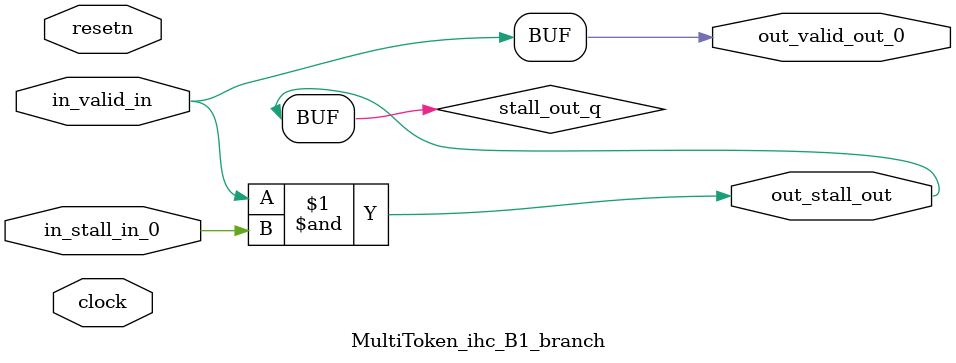
<source format=sv>



(* altera_attribute = "-name AUTO_SHIFT_REGISTER_RECOGNITION OFF; -name MESSAGE_DISABLE 10036; -name MESSAGE_DISABLE 10037; -name MESSAGE_DISABLE 14130; -name MESSAGE_DISABLE 14320; -name MESSAGE_DISABLE 15400; -name MESSAGE_DISABLE 14130; -name MESSAGE_DISABLE 10036; -name MESSAGE_DISABLE 12020; -name MESSAGE_DISABLE 12030; -name MESSAGE_DISABLE 12010; -name MESSAGE_DISABLE 12110; -name MESSAGE_DISABLE 14320; -name MESSAGE_DISABLE 13410; -name MESSAGE_DISABLE 113007; -name MESSAGE_DISABLE 10958" *)
module MultiToken_ihc_B1_branch (
    input wire [0:0] in_stall_in_0,
    input wire [0:0] in_valid_in,
    output wire [0:0] out_stall_out,
    output wire [0:0] out_valid_out_0,
    input wire clock,
    input wire resetn
    );

    wire [0:0] stall_out_q;


    // stall_out(LOGICAL,6)
    assign stall_out_q = in_valid_in & in_stall_in_0;

    // out_stall_out(GPOUT,4)
    assign out_stall_out = stall_out_q;

    // out_valid_out_0(GPOUT,5)
    assign out_valid_out_0 = in_valid_in;

endmodule

</source>
